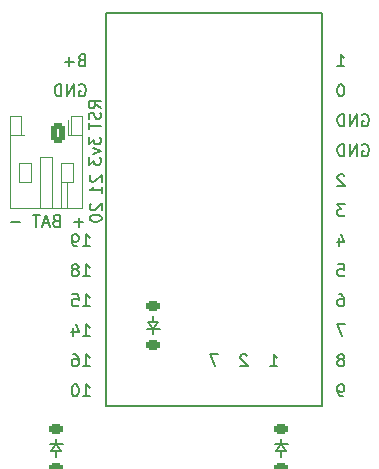
<source format=gbo>
G04 #@! TF.GenerationSoftware,KiCad,Pcbnew,8.0.7*
G04 #@! TF.CreationDate,2024-12-28T18:40:06+08:00*
G04 #@! TF.ProjectId,macroknob,6d616372-6f6b-46e6-9f62-2e6b69636164,rev?*
G04 #@! TF.SameCoordinates,Original*
G04 #@! TF.FileFunction,Legend,Bot*
G04 #@! TF.FilePolarity,Positive*
%FSLAX46Y46*%
G04 Gerber Fmt 4.6, Leading zero omitted, Abs format (unit mm)*
G04 Created by KiCad (PCBNEW 8.0.7) date 2024-12-28 18:40:06*
%MOMM*%
%LPD*%
G01*
G04 APERTURE LIST*
G04 Aperture macros list*
%AMRoundRect*
0 Rectangle with rounded corners*
0 $1 Rounding radius*
0 $2 $3 $4 $5 $6 $7 $8 $9 X,Y pos of 4 corners*
0 Add a 4 corners polygon primitive as box body*
4,1,4,$2,$3,$4,$5,$6,$7,$8,$9,$2,$3,0*
0 Add four circle primitives for the rounded corners*
1,1,$1+$1,$2,$3*
1,1,$1+$1,$4,$5*
1,1,$1+$1,$6,$7*
1,1,$1+$1,$8,$9*
0 Add four rect primitives between the rounded corners*
20,1,$1+$1,$2,$3,$4,$5,0*
20,1,$1+$1,$4,$5,$6,$7,0*
20,1,$1+$1,$6,$7,$8,$9,0*
20,1,$1+$1,$8,$9,$2,$3,0*%
G04 Aperture macros list end*
%ADD10C,0.200000*%
%ADD11C,0.150000*%
%ADD12C,0.120000*%
%ADD13RoundRect,0.225000X0.375000X-0.225000X0.375000X0.225000X-0.375000X0.225000X-0.375000X-0.225000X0*%
%ADD14RoundRect,0.225000X-0.375000X0.225000X-0.375000X-0.225000X0.375000X-0.225000X0.375000X0.225000X0*%
%ADD15C,2.000000*%
%ADD16R,2.000000X3.200000*%
%ADD17R,2.000000X2.000000*%
%ADD18C,1.752600*%
%ADD19C,1.750000*%
%ADD20C,4.000000*%
%ADD21C,2.500000*%
%ADD22O,1.200000X1.750000*%
%ADD23RoundRect,0.250000X0.350000X0.625000X-0.350000X0.625000X-0.350000X-0.625000X0.350000X-0.625000X0*%
G04 APERTURE END LIST*
D10*
X125988482Y-35342457D02*
X125940863Y-35294838D01*
X125940863Y-35294838D02*
X125845625Y-35247219D01*
X125845625Y-35247219D02*
X125607530Y-35247219D01*
X125607530Y-35247219D02*
X125512292Y-35294838D01*
X125512292Y-35294838D02*
X125464673Y-35342457D01*
X125464673Y-35342457D02*
X125417054Y-35437695D01*
X125417054Y-35437695D02*
X125417054Y-35532933D01*
X125417054Y-35532933D02*
X125464673Y-35675790D01*
X125464673Y-35675790D02*
X126036101Y-36247219D01*
X126036101Y-36247219D02*
X125417054Y-36247219D01*
X103881517Y-51487219D02*
X104452945Y-51487219D01*
X104167231Y-51487219D02*
X104167231Y-50487219D01*
X104167231Y-50487219D02*
X104262469Y-50630076D01*
X104262469Y-50630076D02*
X104357707Y-50725314D01*
X104357707Y-50725314D02*
X104452945Y-50772933D01*
X103024374Y-50487219D02*
X103214850Y-50487219D01*
X103214850Y-50487219D02*
X103310088Y-50534838D01*
X103310088Y-50534838D02*
X103357707Y-50582457D01*
X103357707Y-50582457D02*
X103452945Y-50725314D01*
X103452945Y-50725314D02*
X103500564Y-50915790D01*
X103500564Y-50915790D02*
X103500564Y-51296742D01*
X103500564Y-51296742D02*
X103452945Y-51391980D01*
X103452945Y-51391980D02*
X103405326Y-51439600D01*
X103405326Y-51439600D02*
X103310088Y-51487219D01*
X103310088Y-51487219D02*
X103119612Y-51487219D01*
X103119612Y-51487219D02*
X103024374Y-51439600D01*
X103024374Y-51439600D02*
X102976755Y-51391980D01*
X102976755Y-51391980D02*
X102929136Y-51296742D01*
X102929136Y-51296742D02*
X102929136Y-51058647D01*
X102929136Y-51058647D02*
X102976755Y-50963409D01*
X102976755Y-50963409D02*
X103024374Y-50915790D01*
X103024374Y-50915790D02*
X103119612Y-50868171D01*
X103119612Y-50868171D02*
X103310088Y-50868171D01*
X103310088Y-50868171D02*
X103405326Y-50915790D01*
X103405326Y-50915790D02*
X103452945Y-50963409D01*
X103452945Y-50963409D02*
X103500564Y-51058647D01*
X126036101Y-47947219D02*
X125369435Y-47947219D01*
X125369435Y-47947219D02*
X125798006Y-48947219D01*
X127512292Y-32754838D02*
X127607530Y-32707219D01*
X127607530Y-32707219D02*
X127750387Y-32707219D01*
X127750387Y-32707219D02*
X127893244Y-32754838D01*
X127893244Y-32754838D02*
X127988482Y-32850076D01*
X127988482Y-32850076D02*
X128036101Y-32945314D01*
X128036101Y-32945314D02*
X128083720Y-33135790D01*
X128083720Y-33135790D02*
X128083720Y-33278647D01*
X128083720Y-33278647D02*
X128036101Y-33469123D01*
X128036101Y-33469123D02*
X127988482Y-33564361D01*
X127988482Y-33564361D02*
X127893244Y-33659600D01*
X127893244Y-33659600D02*
X127750387Y-33707219D01*
X127750387Y-33707219D02*
X127655149Y-33707219D01*
X127655149Y-33707219D02*
X127512292Y-33659600D01*
X127512292Y-33659600D02*
X127464673Y-33611980D01*
X127464673Y-33611980D02*
X127464673Y-33278647D01*
X127464673Y-33278647D02*
X127655149Y-33278647D01*
X127036101Y-33707219D02*
X127036101Y-32707219D01*
X127036101Y-32707219D02*
X126464673Y-33707219D01*
X126464673Y-33707219D02*
X126464673Y-32707219D01*
X125988482Y-33707219D02*
X125988482Y-32707219D01*
X125988482Y-32707219D02*
X125750387Y-32707219D01*
X125750387Y-32707219D02*
X125607530Y-32754838D01*
X125607530Y-32754838D02*
X125512292Y-32850076D01*
X125512292Y-32850076D02*
X125464673Y-32945314D01*
X125464673Y-32945314D02*
X125417054Y-33135790D01*
X125417054Y-33135790D02*
X125417054Y-33278647D01*
X125417054Y-33278647D02*
X125464673Y-33469123D01*
X125464673Y-33469123D02*
X125512292Y-33564361D01*
X125512292Y-33564361D02*
X125607530Y-33659600D01*
X125607530Y-33659600D02*
X125750387Y-33707219D01*
X125750387Y-33707219D02*
X125988482Y-33707219D01*
X104548640Y-37714425D02*
X104501021Y-37762044D01*
X104501021Y-37762044D02*
X104453402Y-37857282D01*
X104453402Y-37857282D02*
X104453402Y-38095377D01*
X104453402Y-38095377D02*
X104501021Y-38190615D01*
X104501021Y-38190615D02*
X104548640Y-38238234D01*
X104548640Y-38238234D02*
X104643878Y-38285853D01*
X104643878Y-38285853D02*
X104739116Y-38285853D01*
X104739116Y-38285853D02*
X104881973Y-38238234D01*
X104881973Y-38238234D02*
X105453402Y-37666806D01*
X105453402Y-37666806D02*
X105453402Y-38285853D01*
X104453402Y-38904901D02*
X104453402Y-39000139D01*
X104453402Y-39000139D02*
X104501021Y-39095377D01*
X104501021Y-39095377D02*
X104548640Y-39142996D01*
X104548640Y-39142996D02*
X104643878Y-39190615D01*
X104643878Y-39190615D02*
X104834354Y-39238234D01*
X104834354Y-39238234D02*
X105072449Y-39238234D01*
X105072449Y-39238234D02*
X105262925Y-39190615D01*
X105262925Y-39190615D02*
X105358163Y-39142996D01*
X105358163Y-39142996D02*
X105405783Y-39095377D01*
X105405783Y-39095377D02*
X105453402Y-39000139D01*
X105453402Y-39000139D02*
X105453402Y-38904901D01*
X105453402Y-38904901D02*
X105405783Y-38809663D01*
X105405783Y-38809663D02*
X105358163Y-38762044D01*
X105358163Y-38762044D02*
X105262925Y-38714425D01*
X105262925Y-38714425D02*
X105072449Y-38666806D01*
X105072449Y-38666806D02*
X104834354Y-38666806D01*
X104834354Y-38666806D02*
X104643878Y-38714425D01*
X104643878Y-38714425D02*
X104548640Y-38762044D01*
X104548640Y-38762044D02*
X104501021Y-38809663D01*
X104501021Y-38809663D02*
X104453402Y-38904901D01*
X125512292Y-40660552D02*
X125512292Y-41327219D01*
X125750387Y-40279600D02*
X125988482Y-40993885D01*
X125988482Y-40993885D02*
X125369435Y-40993885D01*
X104397086Y-32091542D02*
X104397086Y-32710589D01*
X104397086Y-32710589D02*
X104778038Y-32377256D01*
X104778038Y-32377256D02*
X104778038Y-32520113D01*
X104778038Y-32520113D02*
X104825657Y-32615351D01*
X104825657Y-32615351D02*
X104873276Y-32662970D01*
X104873276Y-32662970D02*
X104968514Y-32710589D01*
X104968514Y-32710589D02*
X105206609Y-32710589D01*
X105206609Y-32710589D02*
X105301847Y-32662970D01*
X105301847Y-32662970D02*
X105349467Y-32615351D01*
X105349467Y-32615351D02*
X105397086Y-32520113D01*
X105397086Y-32520113D02*
X105397086Y-32234399D01*
X105397086Y-32234399D02*
X105349467Y-32139161D01*
X105349467Y-32139161D02*
X105301847Y-32091542D01*
X104730419Y-33043923D02*
X105397086Y-33282018D01*
X105397086Y-33282018D02*
X104730419Y-33520113D01*
X104397086Y-33805828D02*
X104397086Y-34424875D01*
X104397086Y-34424875D02*
X104778038Y-34091542D01*
X104778038Y-34091542D02*
X104778038Y-34234399D01*
X104778038Y-34234399D02*
X104825657Y-34329637D01*
X104825657Y-34329637D02*
X104873276Y-34377256D01*
X104873276Y-34377256D02*
X104968514Y-34424875D01*
X104968514Y-34424875D02*
X105206609Y-34424875D01*
X105206609Y-34424875D02*
X105301847Y-34377256D01*
X105301847Y-34377256D02*
X105349467Y-34329637D01*
X105349467Y-34329637D02*
X105397086Y-34234399D01*
X105397086Y-34234399D02*
X105397086Y-33948685D01*
X105397086Y-33948685D02*
X105349467Y-33853447D01*
X105349467Y-33853447D02*
X105301847Y-33805828D01*
X125512292Y-45407219D02*
X125702768Y-45407219D01*
X125702768Y-45407219D02*
X125798006Y-45454838D01*
X125798006Y-45454838D02*
X125845625Y-45502457D01*
X125845625Y-45502457D02*
X125940863Y-45645314D01*
X125940863Y-45645314D02*
X125988482Y-45835790D01*
X125988482Y-45835790D02*
X125988482Y-46216742D01*
X125988482Y-46216742D02*
X125940863Y-46311980D01*
X125940863Y-46311980D02*
X125893244Y-46359600D01*
X125893244Y-46359600D02*
X125798006Y-46407219D01*
X125798006Y-46407219D02*
X125607530Y-46407219D01*
X125607530Y-46407219D02*
X125512292Y-46359600D01*
X125512292Y-46359600D02*
X125464673Y-46311980D01*
X125464673Y-46311980D02*
X125417054Y-46216742D01*
X125417054Y-46216742D02*
X125417054Y-45978647D01*
X125417054Y-45978647D02*
X125464673Y-45883409D01*
X125464673Y-45883409D02*
X125512292Y-45835790D01*
X125512292Y-45835790D02*
X125607530Y-45788171D01*
X125607530Y-45788171D02*
X125798006Y-45788171D01*
X125798006Y-45788171D02*
X125893244Y-45835790D01*
X125893244Y-45835790D02*
X125940863Y-45883409D01*
X125940863Y-45883409D02*
X125988482Y-45978647D01*
X125464673Y-42867219D02*
X125940863Y-42867219D01*
X125940863Y-42867219D02*
X125988482Y-43343409D01*
X125988482Y-43343409D02*
X125940863Y-43295790D01*
X125940863Y-43295790D02*
X125845625Y-43248171D01*
X125845625Y-43248171D02*
X125607530Y-43248171D01*
X125607530Y-43248171D02*
X125512292Y-43295790D01*
X125512292Y-43295790D02*
X125464673Y-43343409D01*
X125464673Y-43343409D02*
X125417054Y-43438647D01*
X125417054Y-43438647D02*
X125417054Y-43676742D01*
X125417054Y-43676742D02*
X125464673Y-43771980D01*
X125464673Y-43771980D02*
X125512292Y-43819600D01*
X125512292Y-43819600D02*
X125607530Y-43867219D01*
X125607530Y-43867219D02*
X125845625Y-43867219D01*
X125845625Y-43867219D02*
X125940863Y-43819600D01*
X125940863Y-43819600D02*
X125988482Y-43771980D01*
X127512292Y-30214838D02*
X127607530Y-30167219D01*
X127607530Y-30167219D02*
X127750387Y-30167219D01*
X127750387Y-30167219D02*
X127893244Y-30214838D01*
X127893244Y-30214838D02*
X127988482Y-30310076D01*
X127988482Y-30310076D02*
X128036101Y-30405314D01*
X128036101Y-30405314D02*
X128083720Y-30595790D01*
X128083720Y-30595790D02*
X128083720Y-30738647D01*
X128083720Y-30738647D02*
X128036101Y-30929123D01*
X128036101Y-30929123D02*
X127988482Y-31024361D01*
X127988482Y-31024361D02*
X127893244Y-31119600D01*
X127893244Y-31119600D02*
X127750387Y-31167219D01*
X127750387Y-31167219D02*
X127655149Y-31167219D01*
X127655149Y-31167219D02*
X127512292Y-31119600D01*
X127512292Y-31119600D02*
X127464673Y-31071980D01*
X127464673Y-31071980D02*
X127464673Y-30738647D01*
X127464673Y-30738647D02*
X127655149Y-30738647D01*
X127036101Y-31167219D02*
X127036101Y-30167219D01*
X127036101Y-30167219D02*
X126464673Y-31167219D01*
X126464673Y-31167219D02*
X126464673Y-30167219D01*
X125988482Y-31167219D02*
X125988482Y-30167219D01*
X125988482Y-30167219D02*
X125750387Y-30167219D01*
X125750387Y-30167219D02*
X125607530Y-30214838D01*
X125607530Y-30214838D02*
X125512292Y-30310076D01*
X125512292Y-30310076D02*
X125464673Y-30405314D01*
X125464673Y-30405314D02*
X125417054Y-30595790D01*
X125417054Y-30595790D02*
X125417054Y-30738647D01*
X125417054Y-30738647D02*
X125464673Y-30929123D01*
X125464673Y-30929123D02*
X125512292Y-31024361D01*
X125512292Y-31024361D02*
X125607530Y-31119600D01*
X125607530Y-31119600D02*
X125750387Y-31167219D01*
X125750387Y-31167219D02*
X125988482Y-31167219D01*
X125798006Y-50915790D02*
X125893244Y-50868171D01*
X125893244Y-50868171D02*
X125940863Y-50820552D01*
X125940863Y-50820552D02*
X125988482Y-50725314D01*
X125988482Y-50725314D02*
X125988482Y-50677695D01*
X125988482Y-50677695D02*
X125940863Y-50582457D01*
X125940863Y-50582457D02*
X125893244Y-50534838D01*
X125893244Y-50534838D02*
X125798006Y-50487219D01*
X125798006Y-50487219D02*
X125607530Y-50487219D01*
X125607530Y-50487219D02*
X125512292Y-50534838D01*
X125512292Y-50534838D02*
X125464673Y-50582457D01*
X125464673Y-50582457D02*
X125417054Y-50677695D01*
X125417054Y-50677695D02*
X125417054Y-50725314D01*
X125417054Y-50725314D02*
X125464673Y-50820552D01*
X125464673Y-50820552D02*
X125512292Y-50868171D01*
X125512292Y-50868171D02*
X125607530Y-50915790D01*
X125607530Y-50915790D02*
X125798006Y-50915790D01*
X125798006Y-50915790D02*
X125893244Y-50963409D01*
X125893244Y-50963409D02*
X125940863Y-51011028D01*
X125940863Y-51011028D02*
X125988482Y-51106266D01*
X125988482Y-51106266D02*
X125988482Y-51296742D01*
X125988482Y-51296742D02*
X125940863Y-51391980D01*
X125940863Y-51391980D02*
X125893244Y-51439600D01*
X125893244Y-51439600D02*
X125798006Y-51487219D01*
X125798006Y-51487219D02*
X125607530Y-51487219D01*
X125607530Y-51487219D02*
X125512292Y-51439600D01*
X125512292Y-51439600D02*
X125464673Y-51391980D01*
X125464673Y-51391980D02*
X125417054Y-51296742D01*
X125417054Y-51296742D02*
X125417054Y-51106266D01*
X125417054Y-51106266D02*
X125464673Y-51011028D01*
X125464673Y-51011028D02*
X125512292Y-50963409D01*
X125512292Y-50963409D02*
X125607530Y-50915790D01*
X104548640Y-35321003D02*
X104501021Y-35368622D01*
X104501021Y-35368622D02*
X104453402Y-35463860D01*
X104453402Y-35463860D02*
X104453402Y-35701955D01*
X104453402Y-35701955D02*
X104501021Y-35797193D01*
X104501021Y-35797193D02*
X104548640Y-35844812D01*
X104548640Y-35844812D02*
X104643878Y-35892431D01*
X104643878Y-35892431D02*
X104739116Y-35892431D01*
X104739116Y-35892431D02*
X104881973Y-35844812D01*
X104881973Y-35844812D02*
X105453402Y-35273384D01*
X105453402Y-35273384D02*
X105453402Y-35892431D01*
X105453402Y-36844812D02*
X105453402Y-36273384D01*
X105453402Y-36559098D02*
X104453402Y-36559098D01*
X104453402Y-36559098D02*
X104596259Y-36463860D01*
X104596259Y-36463860D02*
X104691497Y-36368622D01*
X104691497Y-36368622D02*
X104739116Y-36273384D01*
X105368928Y-29632681D02*
X104892737Y-29299348D01*
X105368928Y-29061253D02*
X104368928Y-29061253D01*
X104368928Y-29061253D02*
X104368928Y-29442205D01*
X104368928Y-29442205D02*
X104416547Y-29537443D01*
X104416547Y-29537443D02*
X104464166Y-29585062D01*
X104464166Y-29585062D02*
X104559404Y-29632681D01*
X104559404Y-29632681D02*
X104702261Y-29632681D01*
X104702261Y-29632681D02*
X104797499Y-29585062D01*
X104797499Y-29585062D02*
X104845118Y-29537443D01*
X104845118Y-29537443D02*
X104892737Y-29442205D01*
X104892737Y-29442205D02*
X104892737Y-29061253D01*
X105321309Y-30013634D02*
X105368928Y-30156491D01*
X105368928Y-30156491D02*
X105368928Y-30394586D01*
X105368928Y-30394586D02*
X105321309Y-30489824D01*
X105321309Y-30489824D02*
X105273689Y-30537443D01*
X105273689Y-30537443D02*
X105178451Y-30585062D01*
X105178451Y-30585062D02*
X105083213Y-30585062D01*
X105083213Y-30585062D02*
X104987975Y-30537443D01*
X104987975Y-30537443D02*
X104940356Y-30489824D01*
X104940356Y-30489824D02*
X104892737Y-30394586D01*
X104892737Y-30394586D02*
X104845118Y-30204110D01*
X104845118Y-30204110D02*
X104797499Y-30108872D01*
X104797499Y-30108872D02*
X104749880Y-30061253D01*
X104749880Y-30061253D02*
X104654642Y-30013634D01*
X104654642Y-30013634D02*
X104559404Y-30013634D01*
X104559404Y-30013634D02*
X104464166Y-30061253D01*
X104464166Y-30061253D02*
X104416547Y-30108872D01*
X104416547Y-30108872D02*
X104368928Y-30204110D01*
X104368928Y-30204110D02*
X104368928Y-30442205D01*
X104368928Y-30442205D02*
X104416547Y-30585062D01*
X104368928Y-30870777D02*
X104368928Y-31442205D01*
X105368928Y-31156491D02*
X104368928Y-31156491D01*
X103881517Y-54027219D02*
X104452945Y-54027219D01*
X104167231Y-54027219D02*
X104167231Y-53027219D01*
X104167231Y-53027219D02*
X104262469Y-53170076D01*
X104262469Y-53170076D02*
X104357707Y-53265314D01*
X104357707Y-53265314D02*
X104452945Y-53312933D01*
X103262469Y-53027219D02*
X103167231Y-53027219D01*
X103167231Y-53027219D02*
X103071993Y-53074838D01*
X103071993Y-53074838D02*
X103024374Y-53122457D01*
X103024374Y-53122457D02*
X102976755Y-53217695D01*
X102976755Y-53217695D02*
X102929136Y-53408171D01*
X102929136Y-53408171D02*
X102929136Y-53646266D01*
X102929136Y-53646266D02*
X102976755Y-53836742D01*
X102976755Y-53836742D02*
X103024374Y-53931980D01*
X103024374Y-53931980D02*
X103071993Y-53979600D01*
X103071993Y-53979600D02*
X103167231Y-54027219D01*
X103167231Y-54027219D02*
X103262469Y-54027219D01*
X103262469Y-54027219D02*
X103357707Y-53979600D01*
X103357707Y-53979600D02*
X103405326Y-53931980D01*
X103405326Y-53931980D02*
X103452945Y-53836742D01*
X103452945Y-53836742D02*
X103500564Y-53646266D01*
X103500564Y-53646266D02*
X103500564Y-53408171D01*
X103500564Y-53408171D02*
X103452945Y-53217695D01*
X103452945Y-53217695D02*
X103405326Y-53122457D01*
X103405326Y-53122457D02*
X103357707Y-53074838D01*
X103357707Y-53074838D02*
X103262469Y-53027219D01*
X103754493Y-25563409D02*
X103611636Y-25611028D01*
X103611636Y-25611028D02*
X103564017Y-25658647D01*
X103564017Y-25658647D02*
X103516398Y-25753885D01*
X103516398Y-25753885D02*
X103516398Y-25896742D01*
X103516398Y-25896742D02*
X103564017Y-25991980D01*
X103564017Y-25991980D02*
X103611636Y-26039600D01*
X103611636Y-26039600D02*
X103706874Y-26087219D01*
X103706874Y-26087219D02*
X104087826Y-26087219D01*
X104087826Y-26087219D02*
X104087826Y-25087219D01*
X104087826Y-25087219D02*
X103754493Y-25087219D01*
X103754493Y-25087219D02*
X103659255Y-25134838D01*
X103659255Y-25134838D02*
X103611636Y-25182457D01*
X103611636Y-25182457D02*
X103564017Y-25277695D01*
X103564017Y-25277695D02*
X103564017Y-25372933D01*
X103564017Y-25372933D02*
X103611636Y-25468171D01*
X103611636Y-25468171D02*
X103659255Y-25515790D01*
X103659255Y-25515790D02*
X103754493Y-25563409D01*
X103754493Y-25563409D02*
X104087826Y-25563409D01*
X103087826Y-25706266D02*
X102325922Y-25706266D01*
X102706874Y-26087219D02*
X102706874Y-25325314D01*
X103881517Y-48947219D02*
X104452945Y-48947219D01*
X104167231Y-48947219D02*
X104167231Y-47947219D01*
X104167231Y-47947219D02*
X104262469Y-48090076D01*
X104262469Y-48090076D02*
X104357707Y-48185314D01*
X104357707Y-48185314D02*
X104452945Y-48232933D01*
X103024374Y-48280552D02*
X103024374Y-48947219D01*
X103262469Y-47899600D02*
X103500564Y-48613885D01*
X103500564Y-48613885D02*
X102881517Y-48613885D01*
X125893244Y-54027219D02*
X125702768Y-54027219D01*
X125702768Y-54027219D02*
X125607530Y-53979600D01*
X125607530Y-53979600D02*
X125559911Y-53931980D01*
X125559911Y-53931980D02*
X125464673Y-53789123D01*
X125464673Y-53789123D02*
X125417054Y-53598647D01*
X125417054Y-53598647D02*
X125417054Y-53217695D01*
X125417054Y-53217695D02*
X125464673Y-53122457D01*
X125464673Y-53122457D02*
X125512292Y-53074838D01*
X125512292Y-53074838D02*
X125607530Y-53027219D01*
X125607530Y-53027219D02*
X125798006Y-53027219D01*
X125798006Y-53027219D02*
X125893244Y-53074838D01*
X125893244Y-53074838D02*
X125940863Y-53122457D01*
X125940863Y-53122457D02*
X125988482Y-53217695D01*
X125988482Y-53217695D02*
X125988482Y-53455790D01*
X125988482Y-53455790D02*
X125940863Y-53551028D01*
X125940863Y-53551028D02*
X125893244Y-53598647D01*
X125893244Y-53598647D02*
X125798006Y-53646266D01*
X125798006Y-53646266D02*
X125607530Y-53646266D01*
X125607530Y-53646266D02*
X125512292Y-53598647D01*
X125512292Y-53598647D02*
X125464673Y-53551028D01*
X125464673Y-53551028D02*
X125417054Y-53455790D01*
X117760713Y-50582457D02*
X117713094Y-50534838D01*
X117713094Y-50534838D02*
X117617856Y-50487219D01*
X117617856Y-50487219D02*
X117379761Y-50487219D01*
X117379761Y-50487219D02*
X117284523Y-50534838D01*
X117284523Y-50534838D02*
X117236904Y-50582457D01*
X117236904Y-50582457D02*
X117189285Y-50677695D01*
X117189285Y-50677695D02*
X117189285Y-50772933D01*
X117189285Y-50772933D02*
X117236904Y-50915790D01*
X117236904Y-50915790D02*
X117808332Y-51487219D01*
X117808332Y-51487219D02*
X117189285Y-51487219D01*
X103881517Y-46407219D02*
X104452945Y-46407219D01*
X104167231Y-46407219D02*
X104167231Y-45407219D01*
X104167231Y-45407219D02*
X104262469Y-45550076D01*
X104262469Y-45550076D02*
X104357707Y-45645314D01*
X104357707Y-45645314D02*
X104452945Y-45692933D01*
X102976755Y-45407219D02*
X103452945Y-45407219D01*
X103452945Y-45407219D02*
X103500564Y-45883409D01*
X103500564Y-45883409D02*
X103452945Y-45835790D01*
X103452945Y-45835790D02*
X103357707Y-45788171D01*
X103357707Y-45788171D02*
X103119612Y-45788171D01*
X103119612Y-45788171D02*
X103024374Y-45835790D01*
X103024374Y-45835790D02*
X102976755Y-45883409D01*
X102976755Y-45883409D02*
X102929136Y-45978647D01*
X102929136Y-45978647D02*
X102929136Y-46216742D01*
X102929136Y-46216742D02*
X102976755Y-46311980D01*
X102976755Y-46311980D02*
X103024374Y-46359600D01*
X103024374Y-46359600D02*
X103119612Y-46407219D01*
X103119612Y-46407219D02*
X103357707Y-46407219D01*
X103357707Y-46407219D02*
X103452945Y-46359600D01*
X103452945Y-46359600D02*
X103500564Y-46311980D01*
X103881517Y-41327219D02*
X104452945Y-41327219D01*
X104167231Y-41327219D02*
X104167231Y-40327219D01*
X104167231Y-40327219D02*
X104262469Y-40470076D01*
X104262469Y-40470076D02*
X104357707Y-40565314D01*
X104357707Y-40565314D02*
X104452945Y-40612933D01*
X103405326Y-41327219D02*
X103214850Y-41327219D01*
X103214850Y-41327219D02*
X103119612Y-41279600D01*
X103119612Y-41279600D02*
X103071993Y-41231980D01*
X103071993Y-41231980D02*
X102976755Y-41089123D01*
X102976755Y-41089123D02*
X102929136Y-40898647D01*
X102929136Y-40898647D02*
X102929136Y-40517695D01*
X102929136Y-40517695D02*
X102976755Y-40422457D01*
X102976755Y-40422457D02*
X103024374Y-40374838D01*
X103024374Y-40374838D02*
X103119612Y-40327219D01*
X103119612Y-40327219D02*
X103310088Y-40327219D01*
X103310088Y-40327219D02*
X103405326Y-40374838D01*
X103405326Y-40374838D02*
X103452945Y-40422457D01*
X103452945Y-40422457D02*
X103500564Y-40517695D01*
X103500564Y-40517695D02*
X103500564Y-40755790D01*
X103500564Y-40755790D02*
X103452945Y-40851028D01*
X103452945Y-40851028D02*
X103405326Y-40898647D01*
X103405326Y-40898647D02*
X103310088Y-40946266D01*
X103310088Y-40946266D02*
X103119612Y-40946266D01*
X103119612Y-40946266D02*
X103024374Y-40898647D01*
X103024374Y-40898647D02*
X102976755Y-40851028D01*
X102976755Y-40851028D02*
X102929136Y-40755790D01*
X126036101Y-37787219D02*
X125417054Y-37787219D01*
X125417054Y-37787219D02*
X125750387Y-38168171D01*
X125750387Y-38168171D02*
X125607530Y-38168171D01*
X125607530Y-38168171D02*
X125512292Y-38215790D01*
X125512292Y-38215790D02*
X125464673Y-38263409D01*
X125464673Y-38263409D02*
X125417054Y-38358647D01*
X125417054Y-38358647D02*
X125417054Y-38596742D01*
X125417054Y-38596742D02*
X125464673Y-38691980D01*
X125464673Y-38691980D02*
X125512292Y-38739600D01*
X125512292Y-38739600D02*
X125607530Y-38787219D01*
X125607530Y-38787219D02*
X125893244Y-38787219D01*
X125893244Y-38787219D02*
X125988482Y-38739600D01*
X125988482Y-38739600D02*
X126036101Y-38691980D01*
X125750387Y-27627219D02*
X125655149Y-27627219D01*
X125655149Y-27627219D02*
X125559911Y-27674838D01*
X125559911Y-27674838D02*
X125512292Y-27722457D01*
X125512292Y-27722457D02*
X125464673Y-27817695D01*
X125464673Y-27817695D02*
X125417054Y-28008171D01*
X125417054Y-28008171D02*
X125417054Y-28246266D01*
X125417054Y-28246266D02*
X125464673Y-28436742D01*
X125464673Y-28436742D02*
X125512292Y-28531980D01*
X125512292Y-28531980D02*
X125559911Y-28579600D01*
X125559911Y-28579600D02*
X125655149Y-28627219D01*
X125655149Y-28627219D02*
X125750387Y-28627219D01*
X125750387Y-28627219D02*
X125845625Y-28579600D01*
X125845625Y-28579600D02*
X125893244Y-28531980D01*
X125893244Y-28531980D02*
X125940863Y-28436742D01*
X125940863Y-28436742D02*
X125988482Y-28246266D01*
X125988482Y-28246266D02*
X125988482Y-28008171D01*
X125988482Y-28008171D02*
X125940863Y-27817695D01*
X125940863Y-27817695D02*
X125893244Y-27722457D01*
X125893244Y-27722457D02*
X125845625Y-27674838D01*
X125845625Y-27674838D02*
X125750387Y-27627219D01*
X119729285Y-51487219D02*
X120300713Y-51487219D01*
X120014999Y-51487219D02*
X120014999Y-50487219D01*
X120014999Y-50487219D02*
X120110237Y-50630076D01*
X120110237Y-50630076D02*
X120205475Y-50725314D01*
X120205475Y-50725314D02*
X120300713Y-50772933D01*
X103564017Y-27674838D02*
X103659255Y-27627219D01*
X103659255Y-27627219D02*
X103802112Y-27627219D01*
X103802112Y-27627219D02*
X103944969Y-27674838D01*
X103944969Y-27674838D02*
X104040207Y-27770076D01*
X104040207Y-27770076D02*
X104087826Y-27865314D01*
X104087826Y-27865314D02*
X104135445Y-28055790D01*
X104135445Y-28055790D02*
X104135445Y-28198647D01*
X104135445Y-28198647D02*
X104087826Y-28389123D01*
X104087826Y-28389123D02*
X104040207Y-28484361D01*
X104040207Y-28484361D02*
X103944969Y-28579600D01*
X103944969Y-28579600D02*
X103802112Y-28627219D01*
X103802112Y-28627219D02*
X103706874Y-28627219D01*
X103706874Y-28627219D02*
X103564017Y-28579600D01*
X103564017Y-28579600D02*
X103516398Y-28531980D01*
X103516398Y-28531980D02*
X103516398Y-28198647D01*
X103516398Y-28198647D02*
X103706874Y-28198647D01*
X103087826Y-28627219D02*
X103087826Y-27627219D01*
X103087826Y-27627219D02*
X102516398Y-28627219D01*
X102516398Y-28627219D02*
X102516398Y-27627219D01*
X102040207Y-28627219D02*
X102040207Y-27627219D01*
X102040207Y-27627219D02*
X101802112Y-27627219D01*
X101802112Y-27627219D02*
X101659255Y-27674838D01*
X101659255Y-27674838D02*
X101564017Y-27770076D01*
X101564017Y-27770076D02*
X101516398Y-27865314D01*
X101516398Y-27865314D02*
X101468779Y-28055790D01*
X101468779Y-28055790D02*
X101468779Y-28198647D01*
X101468779Y-28198647D02*
X101516398Y-28389123D01*
X101516398Y-28389123D02*
X101564017Y-28484361D01*
X101564017Y-28484361D02*
X101659255Y-28579600D01*
X101659255Y-28579600D02*
X101802112Y-28627219D01*
X101802112Y-28627219D02*
X102040207Y-28627219D01*
X115268332Y-50487217D02*
X114601666Y-50487217D01*
X114601666Y-50487217D02*
X115030237Y-51487217D01*
X103881517Y-43867219D02*
X104452945Y-43867219D01*
X104167231Y-43867219D02*
X104167231Y-42867219D01*
X104167231Y-42867219D02*
X104262469Y-43010076D01*
X104262469Y-43010076D02*
X104357707Y-43105314D01*
X104357707Y-43105314D02*
X104452945Y-43152933D01*
X103310088Y-43295790D02*
X103405326Y-43248171D01*
X103405326Y-43248171D02*
X103452945Y-43200552D01*
X103452945Y-43200552D02*
X103500564Y-43105314D01*
X103500564Y-43105314D02*
X103500564Y-43057695D01*
X103500564Y-43057695D02*
X103452945Y-42962457D01*
X103452945Y-42962457D02*
X103405326Y-42914838D01*
X103405326Y-42914838D02*
X103310088Y-42867219D01*
X103310088Y-42867219D02*
X103119612Y-42867219D01*
X103119612Y-42867219D02*
X103024374Y-42914838D01*
X103024374Y-42914838D02*
X102976755Y-42962457D01*
X102976755Y-42962457D02*
X102929136Y-43057695D01*
X102929136Y-43057695D02*
X102929136Y-43105314D01*
X102929136Y-43105314D02*
X102976755Y-43200552D01*
X102976755Y-43200552D02*
X103024374Y-43248171D01*
X103024374Y-43248171D02*
X103119612Y-43295790D01*
X103119612Y-43295790D02*
X103310088Y-43295790D01*
X103310088Y-43295790D02*
X103405326Y-43343409D01*
X103405326Y-43343409D02*
X103452945Y-43391028D01*
X103452945Y-43391028D02*
X103500564Y-43486266D01*
X103500564Y-43486266D02*
X103500564Y-43676742D01*
X103500564Y-43676742D02*
X103452945Y-43771980D01*
X103452945Y-43771980D02*
X103405326Y-43819600D01*
X103405326Y-43819600D02*
X103310088Y-43867219D01*
X103310088Y-43867219D02*
X103119612Y-43867219D01*
X103119612Y-43867219D02*
X103024374Y-43819600D01*
X103024374Y-43819600D02*
X102976755Y-43771980D01*
X102976755Y-43771980D02*
X102929136Y-43676742D01*
X102929136Y-43676742D02*
X102929136Y-43486266D01*
X102929136Y-43486266D02*
X102976755Y-43391028D01*
X102976755Y-43391028D02*
X103024374Y-43343409D01*
X103024374Y-43343409D02*
X103119612Y-43295790D01*
X125417054Y-26087219D02*
X125988482Y-26087219D01*
X125702768Y-26087219D02*
X125702768Y-25087219D01*
X125702768Y-25087219D02*
X125798006Y-25230076D01*
X125798006Y-25230076D02*
X125893244Y-25325314D01*
X125893244Y-25325314D02*
X125988482Y-25372933D01*
D11*
X103918267Y-39298719D02*
X103156363Y-39298719D01*
X103537315Y-39679672D02*
X103537315Y-38917767D01*
X101584934Y-39155862D02*
X101442077Y-39203481D01*
X101442077Y-39203481D02*
X101394458Y-39251100D01*
X101394458Y-39251100D02*
X101346839Y-39346338D01*
X101346839Y-39346338D02*
X101346839Y-39489195D01*
X101346839Y-39489195D02*
X101394458Y-39584433D01*
X101394458Y-39584433D02*
X101442077Y-39632053D01*
X101442077Y-39632053D02*
X101537315Y-39679672D01*
X101537315Y-39679672D02*
X101918267Y-39679672D01*
X101918267Y-39679672D02*
X101918267Y-38679672D01*
X101918267Y-38679672D02*
X101584934Y-38679672D01*
X101584934Y-38679672D02*
X101489696Y-38727291D01*
X101489696Y-38727291D02*
X101442077Y-38774910D01*
X101442077Y-38774910D02*
X101394458Y-38870148D01*
X101394458Y-38870148D02*
X101394458Y-38965386D01*
X101394458Y-38965386D02*
X101442077Y-39060624D01*
X101442077Y-39060624D02*
X101489696Y-39108243D01*
X101489696Y-39108243D02*
X101584934Y-39155862D01*
X101584934Y-39155862D02*
X101918267Y-39155862D01*
X100965886Y-39393957D02*
X100489696Y-39393957D01*
X101061124Y-39679672D02*
X100727791Y-38679672D01*
X100727791Y-38679672D02*
X100394458Y-39679672D01*
X100203981Y-38679672D02*
X99632553Y-38679672D01*
X99918267Y-39679672D02*
X99918267Y-38679672D01*
X98537314Y-39298719D02*
X97775410Y-39298719D01*
X109810964Y-48355073D02*
X109810964Y-48755073D01*
X110360964Y-48355073D02*
X109810964Y-48355073D01*
X109260964Y-48355073D02*
X109810964Y-48355073D01*
X110210964Y-47755073D02*
X109810964Y-48355073D01*
X109410964Y-47755073D02*
X110210964Y-47755073D01*
X109810964Y-47255073D02*
X109810964Y-47755073D01*
X109810964Y-48355073D02*
X109410964Y-47755073D01*
X120650000Y-58070000D02*
X120650000Y-57670000D01*
X120100000Y-58070000D02*
X120650000Y-58070000D01*
X121200000Y-58070000D02*
X120650000Y-58070000D01*
X120250000Y-58670000D02*
X120650000Y-58070000D01*
X121050000Y-58670000D02*
X120250000Y-58670000D01*
X120650000Y-59170000D02*
X120650000Y-58670000D01*
X120650000Y-58070000D02*
X121050000Y-58670000D01*
X101600000Y-58070000D02*
X101600000Y-57670000D01*
X101050000Y-58070000D02*
X101600000Y-58070000D01*
X102150000Y-58070000D02*
X101600000Y-58070000D01*
X101200000Y-58670000D02*
X101600000Y-58070000D01*
X102000000Y-58670000D02*
X101200000Y-58670000D01*
X101600000Y-59170000D02*
X101600000Y-58670000D01*
X101600000Y-58070000D02*
X102000000Y-58670000D01*
D10*
X124085000Y-54845000D02*
X105785000Y-54845000D01*
X105785000Y-54845000D02*
X105785000Y-21545000D01*
X124085000Y-21545000D02*
X105785000Y-21545000D01*
X124085000Y-54845000D02*
X124085000Y-21545000D01*
D12*
X97675086Y-30290000D02*
X97675086Y-38110000D01*
X98595086Y-31890000D02*
X97675086Y-31890000D01*
X98595086Y-30290000D02*
X97675086Y-30290000D01*
X99435086Y-35850000D02*
X98435086Y-35850000D01*
X98435086Y-35850000D02*
X98435086Y-34250000D01*
X98875086Y-31890000D02*
X98595086Y-31890000D01*
X98595086Y-31890000D02*
X98595086Y-30290000D01*
X99435086Y-34250000D02*
X99435086Y-35850000D01*
X98435086Y-34250000D02*
X99435086Y-34250000D01*
X100235086Y-38110000D02*
X100235086Y-33750000D01*
X101235086Y-33750000D02*
X101235086Y-38110000D01*
X100235086Y-33750000D02*
X101235086Y-33750000D01*
X102035086Y-38110000D02*
X102035086Y-35850000D01*
X102035086Y-34250000D02*
X102035086Y-35850000D01*
X103035086Y-34250000D02*
X102035086Y-34250000D01*
X102535086Y-38110000D02*
X102535086Y-35850000D01*
X102595086Y-30675000D02*
X102595086Y-31890000D01*
X102875086Y-31890000D02*
X102595086Y-31890000D01*
X102875086Y-30290000D02*
X102875086Y-31890000D01*
X103795086Y-30290000D02*
X102875086Y-30290000D01*
X102035086Y-35850000D02*
X103035086Y-35850000D01*
X103035086Y-35850000D02*
X103035086Y-34250000D01*
X97675086Y-38110000D02*
X103795086Y-38110000D01*
X102875086Y-31890000D02*
X103795086Y-31890000D01*
X103795086Y-38110000D02*
X103795086Y-30290000D01*
%LPC*%
D13*
X109810964Y-49655073D03*
X109810964Y-46355073D03*
D14*
X120650000Y-56770000D03*
X120650000Y-60070000D03*
X101600000Y-56770000D03*
X101600000Y-60070000D03*
D15*
X117435000Y-46370000D03*
X112435000Y-46370000D03*
D16*
X109335000Y-39370000D03*
X120535000Y-39370000D03*
D15*
X114935000Y-31870000D03*
X112435000Y-31870000D03*
D17*
X117435000Y-31870000D03*
D18*
X114935000Y-48495000D03*
X117475000Y-48495000D03*
X120015000Y-48495000D03*
X107315000Y-25635000D03*
X107315000Y-28175000D03*
X107315000Y-30715000D03*
X107315000Y-33255000D03*
X107315000Y-35795000D03*
X107315000Y-38335000D03*
X107315000Y-40875000D03*
X107315000Y-43415000D03*
X107315000Y-45955000D03*
X107315000Y-48495000D03*
X107315000Y-51035000D03*
X107315000Y-53575000D03*
X122555000Y-53575000D03*
X122555000Y-51035000D03*
X122555000Y-48495000D03*
X122555000Y-45955000D03*
X122555000Y-43415000D03*
X122555000Y-40875000D03*
X122555000Y-38335000D03*
X122555000Y-35795000D03*
X122555000Y-33255000D03*
X122555000Y-30715000D03*
X122555000Y-28175000D03*
X122555000Y-25635000D03*
D19*
X119380000Y-62230000D03*
X129540000Y-62230000D03*
D20*
X124460000Y-62230000D03*
D21*
X121920000Y-67310000D03*
X128270000Y-64770000D03*
X109220000Y-64770000D03*
X102870000Y-67310000D03*
D20*
X105410000Y-62230000D03*
D19*
X110490000Y-62230000D03*
X100330000Y-62230000D03*
D22*
X99735086Y-31750000D03*
D23*
X101735086Y-31750000D03*
%LPD*%
M02*

</source>
